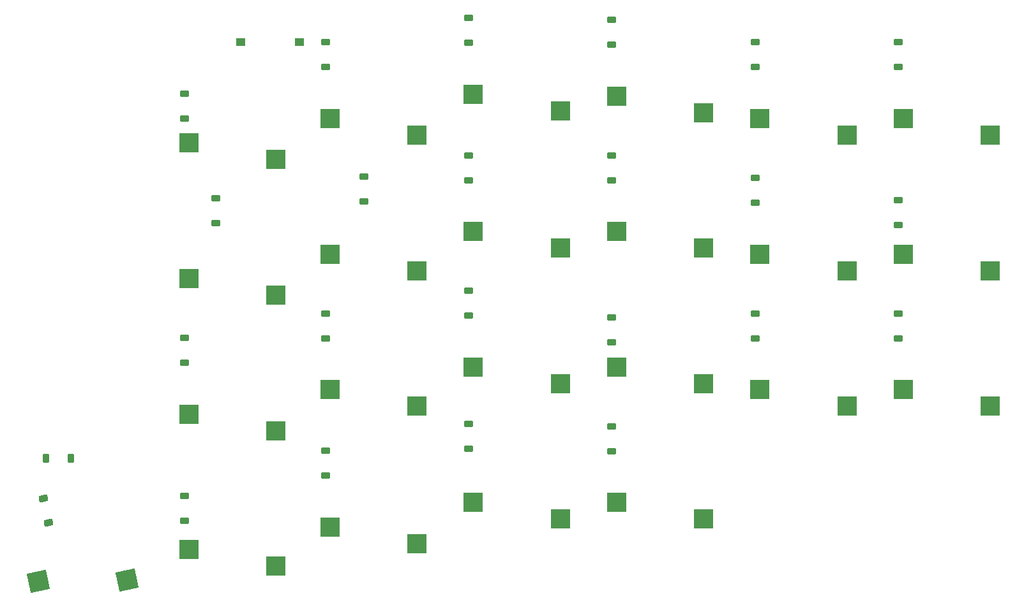
<source format=gbp>
%TF.GenerationSoftware,KiCad,Pcbnew,7.0.5-0*%
%TF.CreationDate,2023-08-04T20:21:57+09:30*%
%TF.ProjectId,Rolio,436f726e-6552-46f6-9c69-6f2e6b696361,rev?*%
%TF.SameCoordinates,Original*%
%TF.FileFunction,Paste,Bot*%
%TF.FilePolarity,Positive*%
%FSLAX46Y46*%
G04 Gerber Fmt 4.6, Leading zero omitted, Abs format (unit mm)*
G04 Created by KiCad (PCBNEW 7.0.5-0) date 2023-08-04 20:21:57*
%MOMM*%
%LPD*%
G01*
G04 APERTURE LIST*
G04 Aperture macros list*
%AMRoundRect*
0 Rectangle with rounded corners*
0 $1 Rounding radius*
0 $2 $3 $4 $5 $6 $7 $8 $9 X,Y pos of 4 corners*
0 Add a 4 corners polygon primitive as box body*
4,1,4,$2,$3,$4,$5,$6,$7,$8,$9,$2,$3,0*
0 Add four circle primitives for the rounded corners*
1,1,$1+$1,$2,$3*
1,1,$1+$1,$4,$5*
1,1,$1+$1,$6,$7*
1,1,$1+$1,$8,$9*
0 Add four rect primitives between the rounded corners*
20,1,$1+$1,$2,$3,$4,$5,0*
20,1,$1+$1,$4,$5,$6,$7,0*
20,1,$1+$1,$6,$7,$8,$9,0*
20,1,$1+$1,$8,$9,$2,$3,0*%
%AMRotRect*
0 Rectangle, with rotation*
0 The origin of the aperture is its center*
0 $1 length*
0 $2 width*
0 $3 Rotation angle, in degrees counterclockwise*
0 Add horizontal line*
21,1,$1,$2,0,0,$3*%
G04 Aperture macros list end*
%ADD10R,2.600000X2.600000*%
%ADD11RotRect,2.600000X2.600000X12.000000*%
%ADD12RoundRect,0.225000X-0.375000X0.225000X-0.375000X-0.225000X0.375000X-0.225000X0.375000X0.225000X0*%
%ADD13RoundRect,0.225000X-0.413585X0.142116X-0.320025X-0.298050X0.413585X-0.142116X0.320025X0.298050X0*%
%ADD14R,1.250000X1.000000*%
%ADD15RoundRect,0.225000X-0.225000X-0.375000X0.225000X-0.375000X0.225000X0.375000X-0.225000X0.375000X0*%
G04 APERTURE END LIST*
D10*
X163095000Y-52480000D03*
X151545000Y-50280000D03*
X125095000Y-103480000D03*
X113545000Y-101280000D03*
X144095000Y-103480000D03*
X132545000Y-101280000D03*
X144095000Y-67480000D03*
X132545000Y-65280000D03*
X163095000Y-70480000D03*
X151545000Y-68280000D03*
X87375000Y-55730000D03*
X75825000Y-53530000D03*
X182095000Y-88480000D03*
X170545000Y-86280000D03*
X125095000Y-67480000D03*
X113545000Y-65280000D03*
X106095000Y-88480000D03*
X94545000Y-86280000D03*
X125095000Y-85480000D03*
X113545000Y-83280000D03*
X106095000Y-52480000D03*
X94545000Y-50280000D03*
X182095000Y-70480000D03*
X170545000Y-68280000D03*
X182095000Y-52480000D03*
X170545000Y-50280000D03*
X87375000Y-91730000D03*
X75825000Y-89530000D03*
X125095000Y-49230000D03*
X113545000Y-47030000D03*
D11*
X67600888Y-111543542D03*
X55845877Y-111792998D03*
D10*
X87375000Y-73775000D03*
X75825000Y-71575000D03*
X144095000Y-85480000D03*
X132545000Y-83280000D03*
X106095000Y-70480000D03*
X94545000Y-68280000D03*
X144095000Y-49480000D03*
X132545000Y-47280000D03*
X106095000Y-106730000D03*
X94545000Y-104530000D03*
X163095000Y-88480000D03*
X151545000Y-86280000D03*
X87375000Y-109730000D03*
X75825000Y-107530000D03*
D12*
X150920000Y-76162500D03*
X150920000Y-79462500D03*
X131920000Y-55162500D03*
X131920000Y-58462500D03*
X75200000Y-79412500D03*
X75200000Y-82712500D03*
X75200000Y-46990000D03*
X75200000Y-50290000D03*
X169920000Y-61162500D03*
X169920000Y-64462500D03*
X93920000Y-76162500D03*
X93920000Y-79462500D03*
X112920000Y-73162500D03*
X112920000Y-76462500D03*
X112920000Y-36912500D03*
X112920000Y-40212500D03*
X93920000Y-94412500D03*
X93920000Y-97712500D03*
X112920000Y-90842500D03*
X112920000Y-94142500D03*
X150920000Y-58162500D03*
X150920000Y-61462500D03*
X79386000Y-60834000D03*
X79386000Y-64134000D03*
D13*
X56534446Y-100710056D03*
X57220554Y-103937944D03*
D12*
X131920000Y-91162500D03*
X131920000Y-94462500D03*
X131920000Y-37162500D03*
X131920000Y-40462500D03*
D14*
X90475000Y-40130000D03*
X82725000Y-40130000D03*
D12*
X93920000Y-40162500D03*
X93920000Y-43462500D03*
X99041500Y-58002000D03*
X99041500Y-61302000D03*
X169920000Y-76162500D03*
X169920000Y-79462500D03*
X150920000Y-40162500D03*
X150920000Y-43462500D03*
X169920000Y-40162500D03*
X169920000Y-43462500D03*
X112920000Y-55162500D03*
X112920000Y-58462500D03*
D15*
X56908000Y-95418000D03*
X60208000Y-95418000D03*
D12*
X75200000Y-100412500D03*
X75200000Y-103712500D03*
X131920000Y-76662500D03*
X131920000Y-79962500D03*
M02*

</source>
